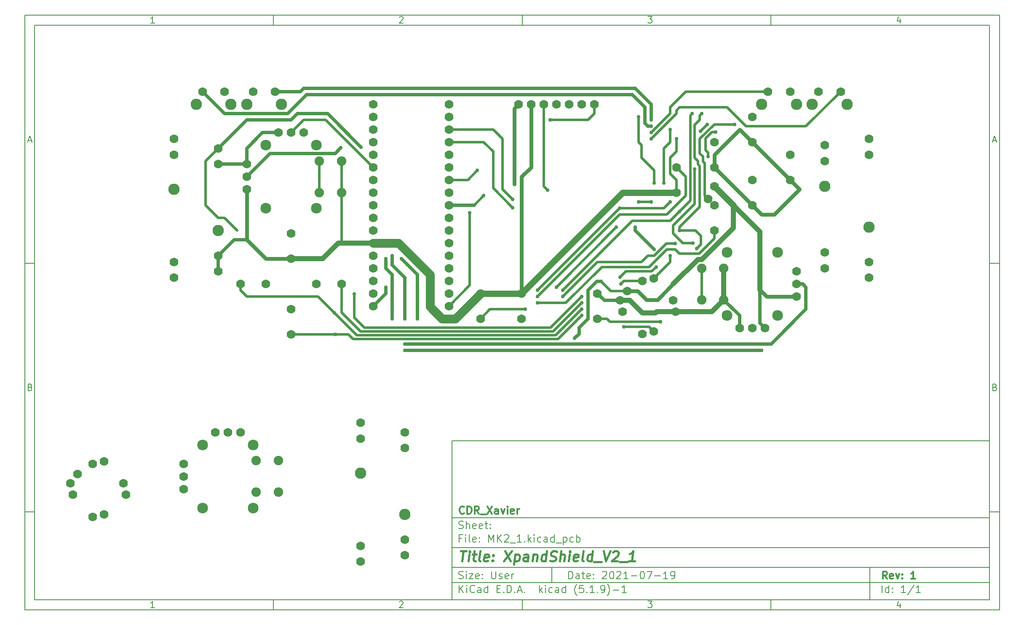
<source format=gbr>
%TF.GenerationSoftware,KiCad,Pcbnew,(5.1.9)-1*%
%TF.CreationDate,2021-08-02T11:53:33-04:00*%
%TF.ProjectId,MK2_1,4d4b325f-312e-46b6-9963-61645f706362,1*%
%TF.SameCoordinates,Original*%
%TF.FileFunction,Copper,L2,Bot*%
%TF.FilePolarity,Positive*%
%FSLAX45Y45*%
G04 Gerber Fmt 4.5, Leading zero omitted, Abs format (unit mm)*
G04 Created by KiCad (PCBNEW (5.1.9)-1) date 2021-08-02 11:53:33*
%MOMM*%
%LPD*%
G01*
G04 APERTURE LIST*
%ADD10C,0.127000*%
%ADD11C,0.150000*%
%ADD12C,0.300000*%
%ADD13C,0.400000*%
%TA.AperFunction,ViaPad*%
%ADD14C,2.159000*%
%TD*%
%TA.AperFunction,ViaPad*%
%ADD15C,1.905000*%
%TD*%
%TA.AperFunction,ViaPad*%
%ADD16C,0.762000*%
%TD*%
%TA.AperFunction,ViaPad*%
%ADD17C,1.778000*%
%TD*%
%TA.AperFunction,ViaPad*%
%ADD18C,2.286000*%
%TD*%
%TA.AperFunction,ViaPad*%
%ADD19C,1.270000*%
%TD*%
%TA.AperFunction,Conductor*%
%ADD20C,0.508000*%
%TD*%
%TA.AperFunction,Conductor*%
%ADD21C,0.635000*%
%TD*%
%TA.AperFunction,Conductor*%
%ADD22C,1.016000*%
%TD*%
%TA.AperFunction,Conductor*%
%ADD23C,0.762000*%
%TD*%
%TA.AperFunction,Conductor*%
%ADD24C,1.270000*%
%TD*%
%TA.AperFunction,Conductor*%
%ADD25C,1.778000*%
%TD*%
G04 APERTURE END LIST*
D10*
D11*
X9590000Y-9570000D02*
X9590000Y-12770000D01*
X20390000Y-12770000D01*
X20390000Y-9570000D01*
X9590000Y-9570000D01*
D10*
D11*
X1000000Y-1000000D02*
X1000000Y-12970000D01*
X20590000Y-12970000D01*
X20590000Y-1000000D01*
X1000000Y-1000000D01*
D10*
D11*
X1200000Y-1200000D02*
X1200000Y-12770000D01*
X20390000Y-12770000D01*
X20390000Y-1200000D01*
X1200000Y-1200000D01*
D10*
D11*
X6000000Y-1200000D02*
X6000000Y-1000000D01*
D10*
D11*
X11000000Y-1200000D02*
X11000000Y-1000000D01*
D10*
D11*
X16000000Y-1200000D02*
X16000000Y-1000000D01*
D10*
D11*
X3606548Y-1158810D02*
X3532262Y-1158810D01*
X3569405Y-1158810D02*
X3569405Y-1028809D01*
X3557024Y-1047381D01*
X3544643Y-1059762D01*
X3532262Y-1065952D01*
D10*
D11*
X8532262Y-1041190D02*
X8538452Y-1035000D01*
X8550833Y-1028809D01*
X8581786Y-1028809D01*
X8594167Y-1035000D01*
X8600357Y-1041190D01*
X8606548Y-1053571D01*
X8606548Y-1065952D01*
X8600357Y-1084524D01*
X8526071Y-1158810D01*
X8606548Y-1158810D01*
D10*
D11*
X13526071Y-1028809D02*
X13606548Y-1028809D01*
X13563214Y-1078333D01*
X13581786Y-1078333D01*
X13594167Y-1084524D01*
X13600357Y-1090714D01*
X13606548Y-1103095D01*
X13606548Y-1134048D01*
X13600357Y-1146429D01*
X13594167Y-1152619D01*
X13581786Y-1158810D01*
X13544643Y-1158810D01*
X13532262Y-1152619D01*
X13526071Y-1146429D01*
D10*
D11*
X18594167Y-1072143D02*
X18594167Y-1158810D01*
X18563214Y-1022619D02*
X18532262Y-1115476D01*
X18612738Y-1115476D01*
D10*
D11*
X6000000Y-12770000D02*
X6000000Y-12970000D01*
D10*
D11*
X11000000Y-12770000D02*
X11000000Y-12970000D01*
D10*
D11*
X16000000Y-12770000D02*
X16000000Y-12970000D01*
D10*
D11*
X3606548Y-12928809D02*
X3532262Y-12928809D01*
X3569405Y-12928809D02*
X3569405Y-12798809D01*
X3557024Y-12817381D01*
X3544643Y-12829762D01*
X3532262Y-12835952D01*
D10*
D11*
X8532262Y-12811190D02*
X8538452Y-12805000D01*
X8550833Y-12798809D01*
X8581786Y-12798809D01*
X8594167Y-12805000D01*
X8600357Y-12811190D01*
X8606548Y-12823571D01*
X8606548Y-12835952D01*
X8600357Y-12854524D01*
X8526071Y-12928809D01*
X8606548Y-12928809D01*
D10*
D11*
X13526071Y-12798809D02*
X13606548Y-12798809D01*
X13563214Y-12848333D01*
X13581786Y-12848333D01*
X13594167Y-12854524D01*
X13600357Y-12860714D01*
X13606548Y-12873095D01*
X13606548Y-12904048D01*
X13600357Y-12916428D01*
X13594167Y-12922619D01*
X13581786Y-12928809D01*
X13544643Y-12928809D01*
X13532262Y-12922619D01*
X13526071Y-12916428D01*
D10*
D11*
X18594167Y-12842143D02*
X18594167Y-12928809D01*
X18563214Y-12792619D02*
X18532262Y-12885476D01*
X18612738Y-12885476D01*
D10*
D11*
X1000000Y-6000000D02*
X1200000Y-6000000D01*
D10*
D11*
X1000000Y-11000000D02*
X1200000Y-11000000D01*
D10*
D11*
X1069048Y-3521667D02*
X1130952Y-3521667D01*
X1056667Y-3558809D02*
X1100000Y-3428809D01*
X1143333Y-3558809D01*
D10*
D11*
X1109286Y-8490714D02*
X1127857Y-8496905D01*
X1134048Y-8503095D01*
X1140238Y-8515476D01*
X1140238Y-8534048D01*
X1134048Y-8546429D01*
X1127857Y-8552619D01*
X1115476Y-8558810D01*
X1065952Y-8558810D01*
X1065952Y-8428810D01*
X1109286Y-8428810D01*
X1121667Y-8435000D01*
X1127857Y-8441190D01*
X1134048Y-8453571D01*
X1134048Y-8465952D01*
X1127857Y-8478333D01*
X1121667Y-8484524D01*
X1109286Y-8490714D01*
X1065952Y-8490714D01*
D10*
D11*
X20590000Y-6000000D02*
X20390000Y-6000000D01*
D10*
D11*
X20590000Y-11000000D02*
X20390000Y-11000000D01*
D10*
D11*
X20459048Y-3521667D02*
X20520952Y-3521667D01*
X20446667Y-3558809D02*
X20490000Y-3428809D01*
X20533333Y-3558809D01*
D10*
D11*
X20499286Y-8490714D02*
X20517857Y-8496905D01*
X20524048Y-8503095D01*
X20530238Y-8515476D01*
X20530238Y-8534048D01*
X20524048Y-8546429D01*
X20517857Y-8552619D01*
X20505476Y-8558810D01*
X20455952Y-8558810D01*
X20455952Y-8428810D01*
X20499286Y-8428810D01*
X20511667Y-8435000D01*
X20517857Y-8441190D01*
X20524048Y-8453571D01*
X20524048Y-8465952D01*
X20517857Y-8478333D01*
X20511667Y-8484524D01*
X20499286Y-8490714D01*
X20455952Y-8490714D01*
D10*
D11*
X11933214Y-12347857D02*
X11933214Y-12197857D01*
X11968928Y-12197857D01*
X11990357Y-12205000D01*
X12004643Y-12219286D01*
X12011786Y-12233571D01*
X12018928Y-12262143D01*
X12018928Y-12283571D01*
X12011786Y-12312143D01*
X12004643Y-12326428D01*
X11990357Y-12340714D01*
X11968928Y-12347857D01*
X11933214Y-12347857D01*
X12147500Y-12347857D02*
X12147500Y-12269286D01*
X12140357Y-12255000D01*
X12126071Y-12247857D01*
X12097500Y-12247857D01*
X12083214Y-12255000D01*
X12147500Y-12340714D02*
X12133214Y-12347857D01*
X12097500Y-12347857D01*
X12083214Y-12340714D01*
X12076071Y-12326428D01*
X12076071Y-12312143D01*
X12083214Y-12297857D01*
X12097500Y-12290714D01*
X12133214Y-12290714D01*
X12147500Y-12283571D01*
X12197500Y-12247857D02*
X12254643Y-12247857D01*
X12218928Y-12197857D02*
X12218928Y-12326428D01*
X12226071Y-12340714D01*
X12240357Y-12347857D01*
X12254643Y-12347857D01*
X12361786Y-12340714D02*
X12347500Y-12347857D01*
X12318928Y-12347857D01*
X12304643Y-12340714D01*
X12297500Y-12326428D01*
X12297500Y-12269286D01*
X12304643Y-12255000D01*
X12318928Y-12247857D01*
X12347500Y-12247857D01*
X12361786Y-12255000D01*
X12368928Y-12269286D01*
X12368928Y-12283571D01*
X12297500Y-12297857D01*
X12433214Y-12333571D02*
X12440357Y-12340714D01*
X12433214Y-12347857D01*
X12426071Y-12340714D01*
X12433214Y-12333571D01*
X12433214Y-12347857D01*
X12433214Y-12255000D02*
X12440357Y-12262143D01*
X12433214Y-12269286D01*
X12426071Y-12262143D01*
X12433214Y-12255000D01*
X12433214Y-12269286D01*
X12611786Y-12212143D02*
X12618928Y-12205000D01*
X12633214Y-12197857D01*
X12668928Y-12197857D01*
X12683214Y-12205000D01*
X12690357Y-12212143D01*
X12697500Y-12226428D01*
X12697500Y-12240714D01*
X12690357Y-12262143D01*
X12604643Y-12347857D01*
X12697500Y-12347857D01*
X12790357Y-12197857D02*
X12804643Y-12197857D01*
X12818928Y-12205000D01*
X12826071Y-12212143D01*
X12833214Y-12226428D01*
X12840357Y-12255000D01*
X12840357Y-12290714D01*
X12833214Y-12319286D01*
X12826071Y-12333571D01*
X12818928Y-12340714D01*
X12804643Y-12347857D01*
X12790357Y-12347857D01*
X12776071Y-12340714D01*
X12768928Y-12333571D01*
X12761786Y-12319286D01*
X12754643Y-12290714D01*
X12754643Y-12255000D01*
X12761786Y-12226428D01*
X12768928Y-12212143D01*
X12776071Y-12205000D01*
X12790357Y-12197857D01*
X12897500Y-12212143D02*
X12904643Y-12205000D01*
X12918928Y-12197857D01*
X12954643Y-12197857D01*
X12968928Y-12205000D01*
X12976071Y-12212143D01*
X12983214Y-12226428D01*
X12983214Y-12240714D01*
X12976071Y-12262143D01*
X12890357Y-12347857D01*
X12983214Y-12347857D01*
X13126071Y-12347857D02*
X13040357Y-12347857D01*
X13083214Y-12347857D02*
X13083214Y-12197857D01*
X13068928Y-12219286D01*
X13054643Y-12233571D01*
X13040357Y-12240714D01*
X13190357Y-12290714D02*
X13304643Y-12290714D01*
X13404643Y-12197857D02*
X13418928Y-12197857D01*
X13433214Y-12205000D01*
X13440357Y-12212143D01*
X13447500Y-12226428D01*
X13454643Y-12255000D01*
X13454643Y-12290714D01*
X13447500Y-12319286D01*
X13440357Y-12333571D01*
X13433214Y-12340714D01*
X13418928Y-12347857D01*
X13404643Y-12347857D01*
X13390357Y-12340714D01*
X13383214Y-12333571D01*
X13376071Y-12319286D01*
X13368928Y-12290714D01*
X13368928Y-12255000D01*
X13376071Y-12226428D01*
X13383214Y-12212143D01*
X13390357Y-12205000D01*
X13404643Y-12197857D01*
X13504643Y-12197857D02*
X13604643Y-12197857D01*
X13540357Y-12347857D01*
X13661786Y-12290714D02*
X13776071Y-12290714D01*
X13926071Y-12347857D02*
X13840357Y-12347857D01*
X13883214Y-12347857D02*
X13883214Y-12197857D01*
X13868928Y-12219286D01*
X13854643Y-12233571D01*
X13840357Y-12240714D01*
X13997500Y-12347857D02*
X14026071Y-12347857D01*
X14040357Y-12340714D01*
X14047500Y-12333571D01*
X14061786Y-12312143D01*
X14068928Y-12283571D01*
X14068928Y-12226428D01*
X14061786Y-12212143D01*
X14054643Y-12205000D01*
X14040357Y-12197857D01*
X14011786Y-12197857D01*
X13997500Y-12205000D01*
X13990357Y-12212143D01*
X13983214Y-12226428D01*
X13983214Y-12262143D01*
X13990357Y-12276428D01*
X13997500Y-12283571D01*
X14011786Y-12290714D01*
X14040357Y-12290714D01*
X14054643Y-12283571D01*
X14061786Y-12276428D01*
X14068928Y-12262143D01*
D10*
D11*
X9590000Y-12420000D02*
X20390000Y-12420000D01*
D10*
D11*
X9733214Y-12627857D02*
X9733214Y-12477857D01*
X9818929Y-12627857D02*
X9754643Y-12542143D01*
X9818929Y-12477857D02*
X9733214Y-12563571D01*
X9883214Y-12627857D02*
X9883214Y-12527857D01*
X9883214Y-12477857D02*
X9876071Y-12485000D01*
X9883214Y-12492143D01*
X9890357Y-12485000D01*
X9883214Y-12477857D01*
X9883214Y-12492143D01*
X10040357Y-12613571D02*
X10033214Y-12620714D01*
X10011786Y-12627857D01*
X9997500Y-12627857D01*
X9976071Y-12620714D01*
X9961786Y-12606428D01*
X9954643Y-12592143D01*
X9947500Y-12563571D01*
X9947500Y-12542143D01*
X9954643Y-12513571D01*
X9961786Y-12499286D01*
X9976071Y-12485000D01*
X9997500Y-12477857D01*
X10011786Y-12477857D01*
X10033214Y-12485000D01*
X10040357Y-12492143D01*
X10168929Y-12627857D02*
X10168929Y-12549286D01*
X10161786Y-12535000D01*
X10147500Y-12527857D01*
X10118929Y-12527857D01*
X10104643Y-12535000D01*
X10168929Y-12620714D02*
X10154643Y-12627857D01*
X10118929Y-12627857D01*
X10104643Y-12620714D01*
X10097500Y-12606428D01*
X10097500Y-12592143D01*
X10104643Y-12577857D01*
X10118929Y-12570714D01*
X10154643Y-12570714D01*
X10168929Y-12563571D01*
X10304643Y-12627857D02*
X10304643Y-12477857D01*
X10304643Y-12620714D02*
X10290357Y-12627857D01*
X10261786Y-12627857D01*
X10247500Y-12620714D01*
X10240357Y-12613571D01*
X10233214Y-12599286D01*
X10233214Y-12556428D01*
X10240357Y-12542143D01*
X10247500Y-12535000D01*
X10261786Y-12527857D01*
X10290357Y-12527857D01*
X10304643Y-12535000D01*
X10490357Y-12549286D02*
X10540357Y-12549286D01*
X10561786Y-12627857D02*
X10490357Y-12627857D01*
X10490357Y-12477857D01*
X10561786Y-12477857D01*
X10626071Y-12613571D02*
X10633214Y-12620714D01*
X10626071Y-12627857D01*
X10618929Y-12620714D01*
X10626071Y-12613571D01*
X10626071Y-12627857D01*
X10697500Y-12627857D02*
X10697500Y-12477857D01*
X10733214Y-12477857D01*
X10754643Y-12485000D01*
X10768929Y-12499286D01*
X10776071Y-12513571D01*
X10783214Y-12542143D01*
X10783214Y-12563571D01*
X10776071Y-12592143D01*
X10768929Y-12606428D01*
X10754643Y-12620714D01*
X10733214Y-12627857D01*
X10697500Y-12627857D01*
X10847500Y-12613571D02*
X10854643Y-12620714D01*
X10847500Y-12627857D01*
X10840357Y-12620714D01*
X10847500Y-12613571D01*
X10847500Y-12627857D01*
X10911786Y-12585000D02*
X10983214Y-12585000D01*
X10897500Y-12627857D02*
X10947500Y-12477857D01*
X10997500Y-12627857D01*
X11047500Y-12613571D02*
X11054643Y-12620714D01*
X11047500Y-12627857D01*
X11040357Y-12620714D01*
X11047500Y-12613571D01*
X11047500Y-12627857D01*
X11347500Y-12627857D02*
X11347500Y-12477857D01*
X11361786Y-12570714D02*
X11404643Y-12627857D01*
X11404643Y-12527857D02*
X11347500Y-12585000D01*
X11468928Y-12627857D02*
X11468928Y-12527857D01*
X11468928Y-12477857D02*
X11461786Y-12485000D01*
X11468928Y-12492143D01*
X11476071Y-12485000D01*
X11468928Y-12477857D01*
X11468928Y-12492143D01*
X11604643Y-12620714D02*
X11590357Y-12627857D01*
X11561786Y-12627857D01*
X11547500Y-12620714D01*
X11540357Y-12613571D01*
X11533214Y-12599286D01*
X11533214Y-12556428D01*
X11540357Y-12542143D01*
X11547500Y-12535000D01*
X11561786Y-12527857D01*
X11590357Y-12527857D01*
X11604643Y-12535000D01*
X11733214Y-12627857D02*
X11733214Y-12549286D01*
X11726071Y-12535000D01*
X11711786Y-12527857D01*
X11683214Y-12527857D01*
X11668928Y-12535000D01*
X11733214Y-12620714D02*
X11718928Y-12627857D01*
X11683214Y-12627857D01*
X11668928Y-12620714D01*
X11661786Y-12606428D01*
X11661786Y-12592143D01*
X11668928Y-12577857D01*
X11683214Y-12570714D01*
X11718928Y-12570714D01*
X11733214Y-12563571D01*
X11868928Y-12627857D02*
X11868928Y-12477857D01*
X11868928Y-12620714D02*
X11854643Y-12627857D01*
X11826071Y-12627857D01*
X11811786Y-12620714D01*
X11804643Y-12613571D01*
X11797500Y-12599286D01*
X11797500Y-12556428D01*
X11804643Y-12542143D01*
X11811786Y-12535000D01*
X11826071Y-12527857D01*
X11854643Y-12527857D01*
X11868928Y-12535000D01*
X12097500Y-12685000D02*
X12090357Y-12677857D01*
X12076071Y-12656428D01*
X12068928Y-12642143D01*
X12061786Y-12620714D01*
X12054643Y-12585000D01*
X12054643Y-12556428D01*
X12061786Y-12520714D01*
X12068928Y-12499286D01*
X12076071Y-12485000D01*
X12090357Y-12463571D01*
X12097500Y-12456428D01*
X12226071Y-12477857D02*
X12154643Y-12477857D01*
X12147500Y-12549286D01*
X12154643Y-12542143D01*
X12168928Y-12535000D01*
X12204643Y-12535000D01*
X12218928Y-12542143D01*
X12226071Y-12549286D01*
X12233214Y-12563571D01*
X12233214Y-12599286D01*
X12226071Y-12613571D01*
X12218928Y-12620714D01*
X12204643Y-12627857D01*
X12168928Y-12627857D01*
X12154643Y-12620714D01*
X12147500Y-12613571D01*
X12297500Y-12613571D02*
X12304643Y-12620714D01*
X12297500Y-12627857D01*
X12290357Y-12620714D01*
X12297500Y-12613571D01*
X12297500Y-12627857D01*
X12447500Y-12627857D02*
X12361786Y-12627857D01*
X12404643Y-12627857D02*
X12404643Y-12477857D01*
X12390357Y-12499286D01*
X12376071Y-12513571D01*
X12361786Y-12520714D01*
X12511786Y-12613571D02*
X12518928Y-12620714D01*
X12511786Y-12627857D01*
X12504643Y-12620714D01*
X12511786Y-12613571D01*
X12511786Y-12627857D01*
X12590357Y-12627857D02*
X12618928Y-12627857D01*
X12633214Y-12620714D01*
X12640357Y-12613571D01*
X12654643Y-12592143D01*
X12661786Y-12563571D01*
X12661786Y-12506428D01*
X12654643Y-12492143D01*
X12647500Y-12485000D01*
X12633214Y-12477857D01*
X12604643Y-12477857D01*
X12590357Y-12485000D01*
X12583214Y-12492143D01*
X12576071Y-12506428D01*
X12576071Y-12542143D01*
X12583214Y-12556428D01*
X12590357Y-12563571D01*
X12604643Y-12570714D01*
X12633214Y-12570714D01*
X12647500Y-12563571D01*
X12654643Y-12556428D01*
X12661786Y-12542143D01*
X12711786Y-12685000D02*
X12718928Y-12677857D01*
X12733214Y-12656428D01*
X12740357Y-12642143D01*
X12747500Y-12620714D01*
X12754643Y-12585000D01*
X12754643Y-12556428D01*
X12747500Y-12520714D01*
X12740357Y-12499286D01*
X12733214Y-12485000D01*
X12718928Y-12463571D01*
X12711786Y-12456428D01*
X12826071Y-12570714D02*
X12940357Y-12570714D01*
X13090357Y-12627857D02*
X13004643Y-12627857D01*
X13047500Y-12627857D02*
X13047500Y-12477857D01*
X13033214Y-12499286D01*
X13018928Y-12513571D01*
X13004643Y-12520714D01*
D10*
D11*
X9590000Y-12120000D02*
X20390000Y-12120000D01*
D10*
D12*
X18330929Y-12347857D02*
X18280929Y-12276428D01*
X18245214Y-12347857D02*
X18245214Y-12197857D01*
X18302357Y-12197857D01*
X18316643Y-12205000D01*
X18323786Y-12212143D01*
X18330929Y-12226428D01*
X18330929Y-12247857D01*
X18323786Y-12262143D01*
X18316643Y-12269286D01*
X18302357Y-12276428D01*
X18245214Y-12276428D01*
X18452357Y-12340714D02*
X18438071Y-12347857D01*
X18409500Y-12347857D01*
X18395214Y-12340714D01*
X18388071Y-12326428D01*
X18388071Y-12269286D01*
X18395214Y-12255000D01*
X18409500Y-12247857D01*
X18438071Y-12247857D01*
X18452357Y-12255000D01*
X18459500Y-12269286D01*
X18459500Y-12283571D01*
X18388071Y-12297857D01*
X18509500Y-12247857D02*
X18545214Y-12347857D01*
X18580929Y-12247857D01*
X18638071Y-12333571D02*
X18645214Y-12340714D01*
X18638071Y-12347857D01*
X18630929Y-12340714D01*
X18638071Y-12333571D01*
X18638071Y-12347857D01*
X18638071Y-12255000D02*
X18645214Y-12262143D01*
X18638071Y-12269286D01*
X18630929Y-12262143D01*
X18638071Y-12255000D01*
X18638071Y-12269286D01*
X18902357Y-12347857D02*
X18816643Y-12347857D01*
X18859500Y-12347857D02*
X18859500Y-12197857D01*
X18845214Y-12219286D01*
X18830929Y-12233571D01*
X18816643Y-12240714D01*
D10*
D11*
X9726071Y-12340714D02*
X9747500Y-12347857D01*
X9783214Y-12347857D01*
X9797500Y-12340714D01*
X9804643Y-12333571D01*
X9811786Y-12319286D01*
X9811786Y-12305000D01*
X9804643Y-12290714D01*
X9797500Y-12283571D01*
X9783214Y-12276428D01*
X9754643Y-12269286D01*
X9740357Y-12262143D01*
X9733214Y-12255000D01*
X9726071Y-12240714D01*
X9726071Y-12226428D01*
X9733214Y-12212143D01*
X9740357Y-12205000D01*
X9754643Y-12197857D01*
X9790357Y-12197857D01*
X9811786Y-12205000D01*
X9876071Y-12347857D02*
X9876071Y-12247857D01*
X9876071Y-12197857D02*
X9868929Y-12205000D01*
X9876071Y-12212143D01*
X9883214Y-12205000D01*
X9876071Y-12197857D01*
X9876071Y-12212143D01*
X9933214Y-12247857D02*
X10011786Y-12247857D01*
X9933214Y-12347857D01*
X10011786Y-12347857D01*
X10126071Y-12340714D02*
X10111786Y-12347857D01*
X10083214Y-12347857D01*
X10068929Y-12340714D01*
X10061786Y-12326428D01*
X10061786Y-12269286D01*
X10068929Y-12255000D01*
X10083214Y-12247857D01*
X10111786Y-12247857D01*
X10126071Y-12255000D01*
X10133214Y-12269286D01*
X10133214Y-12283571D01*
X10061786Y-12297857D01*
X10197500Y-12333571D02*
X10204643Y-12340714D01*
X10197500Y-12347857D01*
X10190357Y-12340714D01*
X10197500Y-12333571D01*
X10197500Y-12347857D01*
X10197500Y-12255000D02*
X10204643Y-12262143D01*
X10197500Y-12269286D01*
X10190357Y-12262143D01*
X10197500Y-12255000D01*
X10197500Y-12269286D01*
X10383214Y-12197857D02*
X10383214Y-12319286D01*
X10390357Y-12333571D01*
X10397500Y-12340714D01*
X10411786Y-12347857D01*
X10440357Y-12347857D01*
X10454643Y-12340714D01*
X10461786Y-12333571D01*
X10468929Y-12319286D01*
X10468929Y-12197857D01*
X10533214Y-12340714D02*
X10547500Y-12347857D01*
X10576071Y-12347857D01*
X10590357Y-12340714D01*
X10597500Y-12326428D01*
X10597500Y-12319286D01*
X10590357Y-12305000D01*
X10576071Y-12297857D01*
X10554643Y-12297857D01*
X10540357Y-12290714D01*
X10533214Y-12276428D01*
X10533214Y-12269286D01*
X10540357Y-12255000D01*
X10554643Y-12247857D01*
X10576071Y-12247857D01*
X10590357Y-12255000D01*
X10718929Y-12340714D02*
X10704643Y-12347857D01*
X10676071Y-12347857D01*
X10661786Y-12340714D01*
X10654643Y-12326428D01*
X10654643Y-12269286D01*
X10661786Y-12255000D01*
X10676071Y-12247857D01*
X10704643Y-12247857D01*
X10718929Y-12255000D01*
X10726071Y-12269286D01*
X10726071Y-12283571D01*
X10654643Y-12297857D01*
X10790357Y-12347857D02*
X10790357Y-12247857D01*
X10790357Y-12276428D02*
X10797500Y-12262143D01*
X10804643Y-12255000D01*
X10818929Y-12247857D01*
X10833214Y-12247857D01*
D10*
D11*
X18233214Y-12627857D02*
X18233214Y-12477857D01*
X18368929Y-12627857D02*
X18368929Y-12477857D01*
X18368929Y-12620714D02*
X18354643Y-12627857D01*
X18326071Y-12627857D01*
X18311786Y-12620714D01*
X18304643Y-12613571D01*
X18297500Y-12599286D01*
X18297500Y-12556428D01*
X18304643Y-12542143D01*
X18311786Y-12535000D01*
X18326071Y-12527857D01*
X18354643Y-12527857D01*
X18368929Y-12535000D01*
X18440357Y-12613571D02*
X18447500Y-12620714D01*
X18440357Y-12627857D01*
X18433214Y-12620714D01*
X18440357Y-12613571D01*
X18440357Y-12627857D01*
X18440357Y-12535000D02*
X18447500Y-12542143D01*
X18440357Y-12549286D01*
X18433214Y-12542143D01*
X18440357Y-12535000D01*
X18440357Y-12549286D01*
X18704643Y-12627857D02*
X18618929Y-12627857D01*
X18661786Y-12627857D02*
X18661786Y-12477857D01*
X18647500Y-12499286D01*
X18633214Y-12513571D01*
X18618929Y-12520714D01*
X18876071Y-12470714D02*
X18747500Y-12663571D01*
X19004643Y-12627857D02*
X18918929Y-12627857D01*
X18961786Y-12627857D02*
X18961786Y-12477857D01*
X18947500Y-12499286D01*
X18933214Y-12513571D01*
X18918929Y-12520714D01*
D10*
D11*
X9590000Y-11720000D02*
X20390000Y-11720000D01*
D10*
D13*
X9761238Y-11790476D02*
X9875524Y-11790476D01*
X9793381Y-11990476D02*
X9818381Y-11790476D01*
X9917190Y-11990476D02*
X9933857Y-11857143D01*
X9942190Y-11790476D02*
X9931476Y-11800000D01*
X9939810Y-11809524D01*
X9950524Y-11800000D01*
X9942190Y-11790476D01*
X9939810Y-11809524D01*
X10000524Y-11857143D02*
X10076714Y-11857143D01*
X10037429Y-11790476D02*
X10016000Y-11961905D01*
X10023143Y-11980952D01*
X10041000Y-11990476D01*
X10060048Y-11990476D01*
X10155286Y-11990476D02*
X10137429Y-11980952D01*
X10130286Y-11961905D01*
X10151714Y-11790476D01*
X10308857Y-11980952D02*
X10288619Y-11990476D01*
X10250524Y-11990476D01*
X10232667Y-11980952D01*
X10225524Y-11961905D01*
X10235048Y-11885714D01*
X10246952Y-11866667D01*
X10267190Y-11857143D01*
X10305286Y-11857143D01*
X10323143Y-11866667D01*
X10330286Y-11885714D01*
X10327905Y-11904762D01*
X10230286Y-11923809D01*
X10405286Y-11971428D02*
X10413619Y-11980952D01*
X10402905Y-11990476D01*
X10394571Y-11980952D01*
X10405286Y-11971428D01*
X10402905Y-11990476D01*
X10418381Y-11866667D02*
X10426714Y-11876190D01*
X10416000Y-11885714D01*
X10407667Y-11876190D01*
X10418381Y-11866667D01*
X10416000Y-11885714D01*
X10656476Y-11790476D02*
X10764810Y-11990476D01*
X10789810Y-11790476D02*
X10631476Y-11990476D01*
X10857667Y-11857143D02*
X10832667Y-12057143D01*
X10856476Y-11866667D02*
X10876714Y-11857143D01*
X10914810Y-11857143D01*
X10932667Y-11866667D01*
X10941000Y-11876190D01*
X10948143Y-11895238D01*
X10941000Y-11952381D01*
X10929095Y-11971428D01*
X10918381Y-11980952D01*
X10898143Y-11990476D01*
X10860048Y-11990476D01*
X10842190Y-11980952D01*
X11107667Y-11990476D02*
X11120762Y-11885714D01*
X11113619Y-11866667D01*
X11095762Y-11857143D01*
X11057667Y-11857143D01*
X11037429Y-11866667D01*
X11108857Y-11980952D02*
X11088619Y-11990476D01*
X11041000Y-11990476D01*
X11023143Y-11980952D01*
X11016000Y-11961905D01*
X11018381Y-11942857D01*
X11030286Y-11923809D01*
X11050524Y-11914286D01*
X11098143Y-11914286D01*
X11118381Y-11904762D01*
X11219571Y-11857143D02*
X11202905Y-11990476D01*
X11217190Y-11876190D02*
X11227905Y-11866667D01*
X11248143Y-11857143D01*
X11276714Y-11857143D01*
X11294571Y-11866667D01*
X11301714Y-11885714D01*
X11288619Y-11990476D01*
X11469571Y-11990476D02*
X11494571Y-11790476D01*
X11470762Y-11980952D02*
X11450524Y-11990476D01*
X11412428Y-11990476D01*
X11394571Y-11980952D01*
X11386238Y-11971428D01*
X11379095Y-11952381D01*
X11386238Y-11895238D01*
X11398143Y-11876190D01*
X11408857Y-11866667D01*
X11429095Y-11857143D01*
X11467190Y-11857143D01*
X11485048Y-11866667D01*
X11556476Y-11980952D02*
X11583857Y-11990476D01*
X11631476Y-11990476D01*
X11651714Y-11980952D01*
X11662428Y-11971428D01*
X11674333Y-11952381D01*
X11676714Y-11933333D01*
X11669571Y-11914286D01*
X11661238Y-11904762D01*
X11643381Y-11895238D01*
X11606476Y-11885714D01*
X11588619Y-11876190D01*
X11580286Y-11866667D01*
X11573143Y-11847619D01*
X11575524Y-11828571D01*
X11587428Y-11809524D01*
X11598143Y-11800000D01*
X11618381Y-11790476D01*
X11666000Y-11790476D01*
X11693381Y-11800000D01*
X11755286Y-11990476D02*
X11780286Y-11790476D01*
X11841000Y-11990476D02*
X11854095Y-11885714D01*
X11846952Y-11866667D01*
X11829095Y-11857143D01*
X11800524Y-11857143D01*
X11780286Y-11866667D01*
X11769571Y-11876190D01*
X11936238Y-11990476D02*
X11952905Y-11857143D01*
X11961238Y-11790476D02*
X11950524Y-11800000D01*
X11958857Y-11809524D01*
X11969571Y-11800000D01*
X11961238Y-11790476D01*
X11958857Y-11809524D01*
X12108857Y-11980952D02*
X12088619Y-11990476D01*
X12050524Y-11990476D01*
X12032667Y-11980952D01*
X12025524Y-11961905D01*
X12035048Y-11885714D01*
X12046952Y-11866667D01*
X12067190Y-11857143D01*
X12105286Y-11857143D01*
X12123143Y-11866667D01*
X12130286Y-11885714D01*
X12127905Y-11904762D01*
X12030286Y-11923809D01*
X12231476Y-11990476D02*
X12213619Y-11980952D01*
X12206476Y-11961905D01*
X12227905Y-11790476D01*
X12393381Y-11990476D02*
X12418381Y-11790476D01*
X12394571Y-11980952D02*
X12374333Y-11990476D01*
X12336238Y-11990476D01*
X12318381Y-11980952D01*
X12310048Y-11971428D01*
X12302905Y-11952381D01*
X12310048Y-11895238D01*
X12321952Y-11876190D01*
X12332667Y-11866667D01*
X12352905Y-11857143D01*
X12391000Y-11857143D01*
X12408857Y-11866667D01*
X12438619Y-12009524D02*
X12591000Y-12009524D01*
X12637428Y-11790476D02*
X12679095Y-11990476D01*
X12770762Y-11790476D01*
X12825524Y-11809524D02*
X12836238Y-11800000D01*
X12856476Y-11790476D01*
X12904095Y-11790476D01*
X12921952Y-11800000D01*
X12930286Y-11809524D01*
X12937428Y-11828571D01*
X12935048Y-11847619D01*
X12921952Y-11876190D01*
X12793381Y-11990476D01*
X12917190Y-11990476D01*
X12952905Y-12009524D02*
X13105286Y-12009524D01*
X13260048Y-11990476D02*
X13145762Y-11990476D01*
X13202905Y-11990476D02*
X13227905Y-11790476D01*
X13205286Y-11819048D01*
X13183857Y-11838095D01*
X13163619Y-11847619D01*
D10*
D11*
X9783214Y-11529286D02*
X9733214Y-11529286D01*
X9733214Y-11607857D02*
X9733214Y-11457857D01*
X9804643Y-11457857D01*
X9861786Y-11607857D02*
X9861786Y-11507857D01*
X9861786Y-11457857D02*
X9854643Y-11465000D01*
X9861786Y-11472143D01*
X9868929Y-11465000D01*
X9861786Y-11457857D01*
X9861786Y-11472143D01*
X9954643Y-11607857D02*
X9940357Y-11600714D01*
X9933214Y-11586428D01*
X9933214Y-11457857D01*
X10068929Y-11600714D02*
X10054643Y-11607857D01*
X10026071Y-11607857D01*
X10011786Y-11600714D01*
X10004643Y-11586428D01*
X10004643Y-11529286D01*
X10011786Y-11515000D01*
X10026071Y-11507857D01*
X10054643Y-11507857D01*
X10068929Y-11515000D01*
X10076071Y-11529286D01*
X10076071Y-11543571D01*
X10004643Y-11557857D01*
X10140357Y-11593571D02*
X10147500Y-11600714D01*
X10140357Y-11607857D01*
X10133214Y-11600714D01*
X10140357Y-11593571D01*
X10140357Y-11607857D01*
X10140357Y-11515000D02*
X10147500Y-11522143D01*
X10140357Y-11529286D01*
X10133214Y-11522143D01*
X10140357Y-11515000D01*
X10140357Y-11529286D01*
X10326071Y-11607857D02*
X10326071Y-11457857D01*
X10376071Y-11565000D01*
X10426071Y-11457857D01*
X10426071Y-11607857D01*
X10497500Y-11607857D02*
X10497500Y-11457857D01*
X10583214Y-11607857D02*
X10518929Y-11522143D01*
X10583214Y-11457857D02*
X10497500Y-11543571D01*
X10640357Y-11472143D02*
X10647500Y-11465000D01*
X10661786Y-11457857D01*
X10697500Y-11457857D01*
X10711786Y-11465000D01*
X10718929Y-11472143D01*
X10726071Y-11486428D01*
X10726071Y-11500714D01*
X10718929Y-11522143D01*
X10633214Y-11607857D01*
X10726071Y-11607857D01*
X10754643Y-11622143D02*
X10868929Y-11622143D01*
X10983214Y-11607857D02*
X10897500Y-11607857D01*
X10940357Y-11607857D02*
X10940357Y-11457857D01*
X10926071Y-11479286D01*
X10911786Y-11493571D01*
X10897500Y-11500714D01*
X11047500Y-11593571D02*
X11054643Y-11600714D01*
X11047500Y-11607857D01*
X11040357Y-11600714D01*
X11047500Y-11593571D01*
X11047500Y-11607857D01*
X11118929Y-11607857D02*
X11118929Y-11457857D01*
X11133214Y-11550714D02*
X11176071Y-11607857D01*
X11176071Y-11507857D02*
X11118929Y-11565000D01*
X11240357Y-11607857D02*
X11240357Y-11507857D01*
X11240357Y-11457857D02*
X11233214Y-11465000D01*
X11240357Y-11472143D01*
X11247500Y-11465000D01*
X11240357Y-11457857D01*
X11240357Y-11472143D01*
X11376071Y-11600714D02*
X11361786Y-11607857D01*
X11333214Y-11607857D01*
X11318928Y-11600714D01*
X11311786Y-11593571D01*
X11304643Y-11579286D01*
X11304643Y-11536428D01*
X11311786Y-11522143D01*
X11318928Y-11515000D01*
X11333214Y-11507857D01*
X11361786Y-11507857D01*
X11376071Y-11515000D01*
X11504643Y-11607857D02*
X11504643Y-11529286D01*
X11497500Y-11515000D01*
X11483214Y-11507857D01*
X11454643Y-11507857D01*
X11440357Y-11515000D01*
X11504643Y-11600714D02*
X11490357Y-11607857D01*
X11454643Y-11607857D01*
X11440357Y-11600714D01*
X11433214Y-11586428D01*
X11433214Y-11572143D01*
X11440357Y-11557857D01*
X11454643Y-11550714D01*
X11490357Y-11550714D01*
X11504643Y-11543571D01*
X11640357Y-11607857D02*
X11640357Y-11457857D01*
X11640357Y-11600714D02*
X11626071Y-11607857D01*
X11597500Y-11607857D01*
X11583214Y-11600714D01*
X11576071Y-11593571D01*
X11568928Y-11579286D01*
X11568928Y-11536428D01*
X11576071Y-11522143D01*
X11583214Y-11515000D01*
X11597500Y-11507857D01*
X11626071Y-11507857D01*
X11640357Y-11515000D01*
X11676071Y-11622143D02*
X11790357Y-11622143D01*
X11826071Y-11507857D02*
X11826071Y-11657857D01*
X11826071Y-11515000D02*
X11840357Y-11507857D01*
X11868928Y-11507857D01*
X11883214Y-11515000D01*
X11890357Y-11522143D01*
X11897500Y-11536428D01*
X11897500Y-11579286D01*
X11890357Y-11593571D01*
X11883214Y-11600714D01*
X11868928Y-11607857D01*
X11840357Y-11607857D01*
X11826071Y-11600714D01*
X12026071Y-11600714D02*
X12011786Y-11607857D01*
X11983214Y-11607857D01*
X11968928Y-11600714D01*
X11961786Y-11593571D01*
X11954643Y-11579286D01*
X11954643Y-11536428D01*
X11961786Y-11522143D01*
X11968928Y-11515000D01*
X11983214Y-11507857D01*
X12011786Y-11507857D01*
X12026071Y-11515000D01*
X12090357Y-11607857D02*
X12090357Y-11457857D01*
X12090357Y-11515000D02*
X12104643Y-11507857D01*
X12133214Y-11507857D01*
X12147500Y-11515000D01*
X12154643Y-11522143D01*
X12161786Y-11536428D01*
X12161786Y-11579286D01*
X12154643Y-11593571D01*
X12147500Y-11600714D01*
X12133214Y-11607857D01*
X12104643Y-11607857D01*
X12090357Y-11600714D01*
D10*
D11*
X9590000Y-11120000D02*
X20390000Y-11120000D01*
D10*
D11*
X9726071Y-11330714D02*
X9747500Y-11337857D01*
X9783214Y-11337857D01*
X9797500Y-11330714D01*
X9804643Y-11323571D01*
X9811786Y-11309286D01*
X9811786Y-11295000D01*
X9804643Y-11280714D01*
X9797500Y-11273571D01*
X9783214Y-11266428D01*
X9754643Y-11259286D01*
X9740357Y-11252143D01*
X9733214Y-11245000D01*
X9726071Y-11230714D01*
X9726071Y-11216428D01*
X9733214Y-11202143D01*
X9740357Y-11195000D01*
X9754643Y-11187857D01*
X9790357Y-11187857D01*
X9811786Y-11195000D01*
X9876071Y-11337857D02*
X9876071Y-11187857D01*
X9940357Y-11337857D02*
X9940357Y-11259286D01*
X9933214Y-11245000D01*
X9918929Y-11237857D01*
X9897500Y-11237857D01*
X9883214Y-11245000D01*
X9876071Y-11252143D01*
X10068929Y-11330714D02*
X10054643Y-11337857D01*
X10026071Y-11337857D01*
X10011786Y-11330714D01*
X10004643Y-11316428D01*
X10004643Y-11259286D01*
X10011786Y-11245000D01*
X10026071Y-11237857D01*
X10054643Y-11237857D01*
X10068929Y-11245000D01*
X10076071Y-11259286D01*
X10076071Y-11273571D01*
X10004643Y-11287857D01*
X10197500Y-11330714D02*
X10183214Y-11337857D01*
X10154643Y-11337857D01*
X10140357Y-11330714D01*
X10133214Y-11316428D01*
X10133214Y-11259286D01*
X10140357Y-11245000D01*
X10154643Y-11237857D01*
X10183214Y-11237857D01*
X10197500Y-11245000D01*
X10204643Y-11259286D01*
X10204643Y-11273571D01*
X10133214Y-11287857D01*
X10247500Y-11237857D02*
X10304643Y-11237857D01*
X10268929Y-11187857D02*
X10268929Y-11316428D01*
X10276071Y-11330714D01*
X10290357Y-11337857D01*
X10304643Y-11337857D01*
X10354643Y-11323571D02*
X10361786Y-11330714D01*
X10354643Y-11337857D01*
X10347500Y-11330714D01*
X10354643Y-11323571D01*
X10354643Y-11337857D01*
X10354643Y-11245000D02*
X10361786Y-11252143D01*
X10354643Y-11259286D01*
X10347500Y-11252143D01*
X10354643Y-11245000D01*
X10354643Y-11259286D01*
D10*
D12*
X9830929Y-11023571D02*
X9823786Y-11030714D01*
X9802357Y-11037857D01*
X9788071Y-11037857D01*
X9766643Y-11030714D01*
X9752357Y-11016429D01*
X9745214Y-11002143D01*
X9738071Y-10973571D01*
X9738071Y-10952143D01*
X9745214Y-10923571D01*
X9752357Y-10909286D01*
X9766643Y-10895000D01*
X9788071Y-10887857D01*
X9802357Y-10887857D01*
X9823786Y-10895000D01*
X9830929Y-10902143D01*
X9895214Y-11037857D02*
X9895214Y-10887857D01*
X9930929Y-10887857D01*
X9952357Y-10895000D01*
X9966643Y-10909286D01*
X9973786Y-10923571D01*
X9980929Y-10952143D01*
X9980929Y-10973571D01*
X9973786Y-11002143D01*
X9966643Y-11016429D01*
X9952357Y-11030714D01*
X9930929Y-11037857D01*
X9895214Y-11037857D01*
X10130929Y-11037857D02*
X10080929Y-10966429D01*
X10045214Y-11037857D02*
X10045214Y-10887857D01*
X10102357Y-10887857D01*
X10116643Y-10895000D01*
X10123786Y-10902143D01*
X10130929Y-10916429D01*
X10130929Y-10937857D01*
X10123786Y-10952143D01*
X10116643Y-10959286D01*
X10102357Y-10966429D01*
X10045214Y-10966429D01*
X10159500Y-11052143D02*
X10273786Y-11052143D01*
X10295214Y-10887857D02*
X10395214Y-11037857D01*
X10395214Y-10887857D02*
X10295214Y-11037857D01*
X10516643Y-11037857D02*
X10516643Y-10959286D01*
X10509500Y-10945000D01*
X10495214Y-10937857D01*
X10466643Y-10937857D01*
X10452357Y-10945000D01*
X10516643Y-11030714D02*
X10502357Y-11037857D01*
X10466643Y-11037857D01*
X10452357Y-11030714D01*
X10445214Y-11016429D01*
X10445214Y-11002143D01*
X10452357Y-10987857D01*
X10466643Y-10980714D01*
X10502357Y-10980714D01*
X10516643Y-10973571D01*
X10573786Y-10937857D02*
X10609500Y-11037857D01*
X10645214Y-10937857D01*
X10702357Y-11037857D02*
X10702357Y-10937857D01*
X10702357Y-10887857D02*
X10695214Y-10895000D01*
X10702357Y-10902143D01*
X10709500Y-10895000D01*
X10702357Y-10887857D01*
X10702357Y-10902143D01*
X10830929Y-11030714D02*
X10816643Y-11037857D01*
X10788071Y-11037857D01*
X10773786Y-11030714D01*
X10766643Y-11016429D01*
X10766643Y-10959286D01*
X10773786Y-10945000D01*
X10788071Y-10937857D01*
X10816643Y-10937857D01*
X10830929Y-10945000D01*
X10838071Y-10959286D01*
X10838071Y-10973571D01*
X10766643Y-10987857D01*
X10902357Y-11037857D02*
X10902357Y-10937857D01*
X10902357Y-10966429D02*
X10909500Y-10952143D01*
X10916643Y-10945000D01*
X10930929Y-10937857D01*
X10945214Y-10937857D01*
D10*
D11*
X11590000Y-12120000D02*
X11590000Y-12420000D01*
D10*
D11*
X17990000Y-12120000D02*
X17990000Y-12770000D01*
D14*
%TO.N,*%
X5842000Y-3619500D03*
X6858000Y-3619500D03*
X5842000Y-4889500D03*
X6858000Y-4889500D03*
D15*
X7366000Y-3937000D03*
X7366000Y-4572000D03*
D16*
X14605000Y-2984500D03*
D15*
X6921500Y-3937000D03*
X6921500Y-4572000D03*
D17*
X5461000Y-4254500D03*
X8001000Y-3556000D03*
X5461000Y-4000500D03*
X6096000Y-3365500D03*
X4889500Y-4000500D03*
X8001000Y-6096000D03*
X6350000Y-3365500D03*
X8001000Y-4064000D03*
X6604000Y-3365500D03*
X5016500Y-2540000D03*
D18*
X5143500Y-2794000D03*
X4445000Y-2794000D03*
X6159500Y-2794000D03*
D17*
X6032500Y-2540000D03*
D16*
X13589000Y-3111500D03*
D18*
X5461000Y-2794000D03*
D17*
X6350000Y-5905500D03*
X5842000Y-6413500D03*
X6858000Y-6413500D03*
X5334000Y-6413500D03*
X7366000Y-6413500D03*
D16*
X12192000Y-6794500D03*
D17*
X6350000Y-7429500D03*
X6350000Y-6921500D03*
X11684000Y-2794000D03*
X9525000Y-6857365D03*
D16*
X9943465Y-4977765D03*
D17*
X12446000Y-2794000D03*
X9525000Y-2794000D03*
D16*
X11557000Y-3111500D03*
D17*
X11938000Y-2794000D03*
D16*
X10096500Y-4127500D03*
D17*
X9525000Y-4318000D03*
X11430000Y-2794000D03*
D16*
X11506200Y-4521200D03*
D17*
X11176000Y-2794000D03*
X10985500Y-6604000D03*
X8001000Y-5588000D03*
X10160000Y-6604000D03*
X12192000Y-2794000D03*
D16*
X10223500Y-4635500D03*
D17*
X9525000Y-4826000D03*
X10160000Y-7112000D03*
D16*
X11061700Y-6921500D03*
D17*
X10985500Y-7112000D03*
X12509500Y-6604000D03*
X12966700Y-6743700D03*
X12509500Y-7112000D03*
D16*
X13779500Y-7175500D03*
D17*
X13411200Y-7416800D03*
D16*
X13411200Y-6997700D03*
D17*
X13639800Y-7366000D03*
D16*
X13042900Y-7277100D03*
D17*
X14033500Y-6743700D03*
X13106400Y-6553200D03*
X13017500Y-6972300D03*
X13411200Y-6350000D03*
D16*
X12979400Y-6413500D03*
D17*
X14084300Y-6972300D03*
D15*
X15049500Y-6731000D03*
X15049500Y-6096000D03*
D17*
X15621000Y-3048000D03*
X14859000Y-3556000D03*
X16383000Y-3810000D03*
X14859000Y-4826000D03*
D16*
X15265400Y-3200400D03*
D17*
X14859000Y-5334000D03*
D16*
X11303000Y-6794500D03*
D17*
X14097000Y-4572000D03*
X14097000Y-4064000D03*
D16*
X11303000Y-6667500D03*
D17*
X16510000Y-6159500D03*
X16510000Y-6413500D03*
D16*
X8636000Y-7620000D03*
X8636000Y-7112000D03*
D14*
X16129000Y-5778500D03*
X15113000Y-5778500D03*
X16129000Y-7048500D03*
X15113000Y-7048500D03*
D17*
X15367000Y-7302500D03*
X15621000Y-7302500D03*
D16*
X8890000Y-7112000D03*
D17*
X4889500Y-3683000D03*
X4000500Y-5969000D03*
X4889500Y-5842000D03*
X4889500Y-6159500D03*
X4000500Y-3492500D03*
X4000500Y-3810000D03*
X4000500Y-6286500D03*
D18*
X4000500Y-4508500D03*
X4889500Y-5334000D03*
D17*
X17081500Y-6096000D03*
D16*
X8382000Y-7112000D03*
X8636000Y-7747000D03*
X15811500Y-7747000D03*
D17*
X17970500Y-3810000D03*
X17081500Y-3937000D03*
X17081500Y-3619500D03*
X16383000Y-4318000D03*
X17970500Y-6286500D03*
X17970500Y-5969000D03*
X17970500Y-3492500D03*
D18*
X17970500Y-5270500D03*
X17081500Y-4445000D03*
X17526000Y-2794000D03*
D17*
X16383000Y-2540000D03*
X15621000Y-3556000D03*
X16954500Y-2540000D03*
D18*
X16510000Y-2794000D03*
X15811500Y-2794000D03*
D17*
X15938500Y-2540000D03*
D16*
X13589000Y-3365500D03*
D18*
X16827500Y-2794000D03*
D17*
X17399000Y-2540000D03*
D16*
X13589000Y-3492500D03*
D17*
X8001000Y-2794000D03*
X9525000Y-6604000D03*
X8001000Y-6604000D03*
X8001000Y-6350000D03*
X8001000Y-5842000D03*
X8001000Y-5334000D03*
X8001000Y-3048000D03*
X8001000Y-3302000D03*
X8001000Y-3810000D03*
D16*
X8572500Y-5905500D03*
D17*
X8001000Y-4318000D03*
D16*
X8382000Y-5842000D03*
D17*
X9525000Y-3048000D03*
X9525000Y-3556000D03*
D16*
X10807700Y-4876800D03*
D17*
X9525000Y-3810000D03*
X9525000Y-4064000D03*
X8001000Y-4572000D03*
X8001000Y-4826000D03*
D16*
X8255000Y-5905500D03*
D17*
X8001000Y-5080000D03*
X9525000Y-4572000D03*
X9525000Y-5080000D03*
X9525000Y-5334000D03*
X9525000Y-5588000D03*
X9525000Y-5842000D03*
X9525000Y-6096000D03*
X9525000Y-6350000D03*
X6350000Y-5397500D03*
X4572000Y-2540000D03*
D16*
X13589000Y-3238500D03*
X14097000Y-3492500D03*
D17*
X5588000Y-2540000D03*
D16*
X14160500Y-4953000D03*
D17*
X14859000Y-4064000D03*
X10922000Y-2794000D03*
D16*
X10839450Y-4400550D03*
X13970000Y-3302000D03*
X13843000Y-4381500D03*
X11303000Y-6540500D03*
X13970000Y-4762500D03*
X13335000Y-4762500D03*
X13589000Y-4762500D03*
X11684000Y-6477000D03*
X12890500Y-5270500D03*
X12192000Y-6667500D03*
X12192000Y-6921500D03*
X12192000Y-7048500D03*
X11811000Y-6540500D03*
X14414500Y-2984500D03*
X13652500Y-5715000D03*
X13271500Y-5270500D03*
X13652500Y-4381500D03*
X13335000Y-3048000D03*
D17*
X15621000Y-4826000D03*
D16*
X14071600Y-5600700D03*
X11811000Y-6667500D03*
D17*
X17081500Y-5778500D03*
X15875000Y-7302500D03*
X16510000Y-6667500D03*
X13639800Y-6299200D03*
D15*
X14605000Y-6096000D03*
X14605000Y-6731000D03*
D16*
X14160500Y-5334000D03*
X14465300Y-4102100D03*
X14427200Y-5588000D03*
X14884400Y-3352800D03*
X14732000Y-3848100D03*
D17*
X15621000Y-4318000D03*
D16*
X7620000Y-6616700D03*
X7226300Y-6997700D03*
X7239000Y-7429500D03*
D17*
X9525000Y-3302000D03*
D16*
X10807700Y-4711700D03*
D19*
X11557000Y-6032500D03*
D16*
X13690600Y-6070600D03*
X12966700Y-6273800D03*
X12585700Y-6362700D03*
X13970000Y-5842000D03*
X12954000Y-4889500D03*
X14579600Y-3340100D03*
X14719300Y-3200400D03*
X12052300Y-7505700D03*
D17*
X8636000Y-9715500D03*
X8636000Y-11557000D03*
X8636000Y-9398000D03*
X7747000Y-11684000D03*
D18*
X7747000Y-10223500D03*
D17*
X7747000Y-12001500D03*
X7747000Y-9207500D03*
X8636000Y-11874500D03*
D18*
X8636000Y-11049000D03*
D17*
X7747000Y-9525000D03*
X3035300Y-10655300D03*
D15*
X5651500Y-9969500D03*
D17*
X2057400Y-10236200D03*
D15*
X5651500Y-10604500D03*
X6096000Y-10604500D03*
D17*
X1968500Y-10655300D03*
X4191000Y-10541000D03*
D15*
X6096000Y-9969500D03*
D14*
X4572000Y-10922000D03*
D17*
X5080000Y-9398000D03*
D14*
X5588000Y-9652000D03*
D17*
X2984500Y-10426700D03*
X4191000Y-10287000D03*
D14*
X5588000Y-10922000D03*
X4572000Y-9652000D03*
D17*
X4191000Y-10033000D03*
X5334000Y-9398000D03*
X4826000Y-9398000D03*
X2362200Y-10033000D03*
X2362200Y-11099800D03*
X1917700Y-10426700D03*
X2590800Y-9982200D03*
X2590800Y-11049000D03*
D16*
X8255000Y-6477000D03*
D17*
X8001000Y-6858000D03*
X14732000Y-4699000D03*
X14859000Y-4445000D03*
X5461000Y-4508500D03*
D16*
X7353300Y-3670300D03*
X7759700Y-3657600D03*
X14503400Y-5702300D03*
%TD*%
D20*
%TO.N,*%
X14566900Y-3022600D02*
X14605000Y-2984500D01*
X14465300Y-3213100D02*
X14566900Y-3111500D01*
X14566900Y-3111500D02*
X14566900Y-3022600D01*
X14160500Y-5270500D02*
X14566900Y-4864100D01*
X14465300Y-3873500D02*
X14465300Y-3213100D01*
X14160500Y-5334000D02*
X14160500Y-5270500D01*
X14566900Y-4038600D02*
X14528800Y-4000500D01*
X14566900Y-4864100D02*
X14566900Y-4038600D01*
X14528800Y-4000500D02*
X14528800Y-3937000D01*
X14528800Y-3937000D02*
X14465300Y-3873500D01*
X7366000Y-4572000D02*
X7366000Y-3937000D01*
X6921500Y-3937000D02*
X6921500Y-4572000D01*
D21*
X5461000Y-4000500D02*
X4889500Y-4000500D01*
X6096000Y-3365500D02*
X5778500Y-3365500D01*
X5461000Y-3683000D02*
X5461000Y-4000500D01*
X5778500Y-3365500D02*
X5461000Y-3683000D01*
D20*
X8001000Y-4064000D02*
X7048500Y-3111500D01*
X6604000Y-3111500D02*
X6350000Y-3365500D01*
X7048500Y-3111500D02*
X6604000Y-3111500D01*
D21*
X6032500Y-2540000D02*
X6540500Y-2540000D01*
X6540500Y-2540000D02*
X6604000Y-2476500D01*
X13589000Y-3111500D02*
X13589000Y-2794000D01*
X13589000Y-2794000D02*
X13271500Y-2476500D01*
X13271500Y-2476500D02*
X6604000Y-2476500D01*
D22*
X6985000Y-5905500D02*
X6350000Y-5905500D01*
D20*
X5461000Y-6667500D02*
X6896100Y-6667500D01*
X6896100Y-6667500D02*
X7226300Y-6997700D01*
X5334000Y-6540500D02*
X5461000Y-6667500D01*
X5334000Y-6413500D02*
X5334000Y-6540500D01*
X7366000Y-6985000D02*
X7747000Y-7366000D01*
X7366000Y-6985000D02*
X7366000Y-6413500D01*
X12192000Y-6794500D02*
X11620500Y-7366000D01*
X11620500Y-7366000D02*
X7747000Y-7366000D01*
X6350000Y-7429500D02*
X7239000Y-7429500D01*
X9525000Y-6857365D02*
X9943465Y-6438900D01*
X9943465Y-6438900D02*
X9943465Y-4977765D01*
X11557000Y-3111500D02*
X12319000Y-3111500D01*
X12446000Y-2984500D02*
X12446000Y-2794000D01*
X12319000Y-3111500D02*
X12446000Y-2984500D01*
X9906000Y-4318000D02*
X10096500Y-4127500D01*
X9525000Y-4318000D02*
X9906000Y-4318000D01*
X11430000Y-2794000D02*
X11430000Y-4445000D01*
X11430000Y-4445000D02*
X11506200Y-4521200D01*
D23*
X11176000Y-4064000D02*
X10985500Y-4254500D01*
X10985500Y-4254500D02*
X10985500Y-6604000D01*
X11176000Y-2794000D02*
X11176000Y-4064000D01*
D22*
X7302500Y-5588000D02*
X6985000Y-5905500D01*
D24*
X10985500Y-6604000D02*
X10160000Y-6604000D01*
D25*
X8001000Y-5588000D02*
X8509000Y-5588000D01*
X8509000Y-5588000D02*
X9144000Y-6223000D01*
D24*
X11557000Y-6032500D02*
X10985500Y-6604000D01*
D20*
X10223500Y-4635500D02*
X10033000Y-4826000D01*
D21*
X10033000Y-4826000D02*
X9525000Y-4826000D01*
D20*
X11061700Y-6921500D02*
X10350500Y-6921500D01*
X10350500Y-6921500D02*
X10160000Y-7112000D01*
D21*
X12966700Y-6743700D02*
X12649200Y-6743700D01*
X12649200Y-6743700D02*
X12509500Y-6604000D01*
D22*
X13157200Y-6743700D02*
X13411200Y-6997700D01*
X12966700Y-6743700D02*
X13157200Y-6743700D01*
D20*
X12700000Y-7112000D02*
X12509500Y-7112000D01*
X12763500Y-7175500D02*
X12700000Y-7112000D01*
X13779500Y-7175500D02*
X12763500Y-7175500D01*
X13550900Y-7277100D02*
X13639800Y-7366000D01*
X13042900Y-7277100D02*
X13550900Y-7277100D01*
D23*
X13106400Y-6553200D02*
X13322300Y-6553200D01*
X13322300Y-6553200D02*
X13500100Y-6731000D01*
X13500100Y-6731000D02*
X13716000Y-6731000D01*
X13716000Y-6731000D02*
X14033500Y-6413500D01*
D20*
X12776200Y-6553200D02*
X12585700Y-6362700D01*
X13106400Y-6553200D02*
X12776200Y-6553200D01*
X13042900Y-6350000D02*
X12979400Y-6413500D01*
X13411200Y-6350000D02*
X13042900Y-6350000D01*
D22*
X14084300Y-6972300D02*
X14808200Y-6972300D01*
X14808200Y-6972300D02*
X15049500Y-6731000D01*
X15049500Y-6096000D02*
X15049500Y-6731000D01*
X13677900Y-6997700D02*
X13703300Y-6972300D01*
X13703300Y-6972300D02*
X14084300Y-6972300D01*
X13411200Y-6997700D02*
X13677900Y-6997700D01*
D20*
X14630400Y-3848100D02*
X14566900Y-3784600D01*
X14655800Y-3975100D02*
X14630400Y-3949700D01*
X14630400Y-3949700D02*
X14630400Y-3848100D01*
X14668500Y-4635500D02*
X14668500Y-3975100D01*
X14668500Y-3975100D02*
X14655800Y-3975100D01*
X14566900Y-3784600D02*
X14566900Y-3492500D01*
X14566900Y-3492500D02*
X14859000Y-3200400D01*
X14859000Y-3200400D02*
X15265400Y-3200400D01*
X12954000Y-5016500D02*
X13906500Y-5016500D01*
X13906500Y-5016500D02*
X14287500Y-4635500D01*
X12954000Y-5016500D02*
X11303000Y-6667500D01*
X14287500Y-4254500D02*
X14097000Y-4064000D01*
X14287500Y-4635500D02*
X14287500Y-4254500D01*
D21*
X16002000Y-7620000D02*
X8636000Y-7620000D01*
X16700500Y-6921500D02*
X16002000Y-7620000D01*
X16700500Y-6477000D02*
X16700500Y-6921500D01*
X16637000Y-6413500D02*
X16700500Y-6477000D01*
X16510000Y-6413500D02*
X16637000Y-6413500D01*
D20*
X5016500Y-5080000D02*
X5270500Y-5334000D01*
X4889500Y-5080000D02*
X5016500Y-5080000D01*
X4635500Y-4826000D02*
X4889500Y-5080000D01*
X4635500Y-3937000D02*
X4635500Y-4826000D01*
X4889500Y-3683000D02*
X4635500Y-3937000D01*
D21*
X5207000Y-5524500D02*
X4889500Y-5842000D01*
X5461000Y-5524500D02*
X5207000Y-5524500D01*
X4889500Y-5842000D02*
X4889500Y-6159500D01*
X15811500Y-7747000D02*
X8636000Y-7747000D01*
D20*
X15938500Y-2540000D02*
X14287500Y-2540000D01*
X13970000Y-2857500D02*
X13970000Y-2984500D01*
X13589000Y-3365500D02*
X13970000Y-2984500D01*
X13970000Y-2857500D02*
X14287500Y-2540000D01*
X15494000Y-3238500D02*
X16700500Y-3238500D01*
X15113000Y-2857500D02*
X15494000Y-3238500D01*
X14160500Y-2857500D02*
X15113000Y-2857500D01*
X14097000Y-2921000D02*
X14160500Y-2857500D01*
X17399000Y-2540000D02*
X16700500Y-3238500D01*
X14097000Y-2984500D02*
X14097000Y-2921000D01*
X13589000Y-3492500D02*
X14097000Y-2984500D01*
D21*
X8890000Y-7112000D02*
X8890000Y-6223000D01*
X8890000Y-6223000D02*
X8572500Y-5905500D01*
X8636000Y-6286500D02*
X8636000Y-7112000D01*
X8382000Y-6032500D02*
X8636000Y-6286500D01*
X8382000Y-5842000D02*
X8382000Y-6032500D01*
D20*
X10414000Y-3746500D02*
X10414000Y-4483100D01*
X10414000Y-4483100D02*
X10807700Y-4876800D01*
X10223500Y-3556000D02*
X10414000Y-3746500D01*
X9525000Y-3556000D02*
X10223500Y-3556000D01*
D21*
X8255000Y-6096000D02*
X8255000Y-5905500D01*
X8382000Y-6223000D02*
X8255000Y-6096000D01*
X8382000Y-7112000D02*
X8382000Y-6223000D01*
X13208000Y-2603500D02*
X6667500Y-2603500D01*
X13462000Y-2857500D02*
X13208000Y-2603500D01*
X13462000Y-3175000D02*
X13462000Y-2857500D01*
X13525500Y-3238500D02*
X13462000Y-3175000D01*
X13589000Y-3238500D02*
X13525500Y-3238500D01*
X6286500Y-2984500D02*
X6667500Y-2603500D01*
X4572000Y-2540000D02*
X5016500Y-2984500D01*
X5016500Y-2984500D02*
X6286500Y-2984500D01*
D20*
X13970000Y-3873500D02*
X14097000Y-3746500D01*
X14097000Y-3746500D02*
X14097000Y-3492500D01*
X13970000Y-4191000D02*
X13970000Y-3873500D01*
X14097000Y-4318000D02*
X13970000Y-4191000D01*
X14097000Y-4572000D02*
X14097000Y-4318000D01*
D23*
X6350000Y-5905500D02*
X5842000Y-5905500D01*
X5842000Y-5905500D02*
X5461000Y-5524500D01*
X15621000Y-4826000D02*
X14859000Y-4064000D01*
X15367000Y-3302000D02*
X15621000Y-3556000D01*
X14859000Y-3810000D02*
X15367000Y-3302000D01*
X14859000Y-4064000D02*
X14859000Y-3810000D01*
X10839450Y-4400550D02*
X10839450Y-2876550D01*
X10839450Y-2876550D02*
X10922000Y-2794000D01*
D20*
X13970000Y-3302000D02*
X13970000Y-3556000D01*
X13970000Y-3556000D02*
X13843000Y-3683000D01*
X13843000Y-3683000D02*
X13843000Y-4381500D01*
X11303000Y-6540500D02*
X12954000Y-4889500D01*
X12954000Y-4889500D02*
X13843000Y-4889500D01*
X13970000Y-4762500D02*
X13843000Y-4889500D01*
X13589000Y-4762500D02*
X13335000Y-4762500D01*
X12890500Y-5270500D02*
X11684000Y-6477000D01*
X7823200Y-7289800D02*
X11569700Y-7289800D01*
X12192000Y-6667500D02*
X11569700Y-7289800D01*
X7620000Y-7086600D02*
X7823200Y-7289800D01*
X7226300Y-6997700D02*
X7670800Y-7442200D01*
X12192000Y-6921500D02*
X11671300Y-7442200D01*
X7670800Y-7442200D02*
X11671300Y-7442200D01*
X11722100Y-7518400D02*
X7594600Y-7518400D01*
X12192000Y-7048500D02*
X11722100Y-7518400D01*
X7505700Y-7429500D02*
X7594600Y-7518400D01*
X7239000Y-7429500D02*
X7505700Y-7429500D01*
X13970000Y-5143500D02*
X13208000Y-5143500D01*
X14160500Y-4953000D02*
X13970000Y-5143500D01*
X13208000Y-5143500D02*
X11811000Y-6540500D01*
X14376400Y-3022600D02*
X14376400Y-4737100D01*
X14376400Y-4737100D02*
X14160500Y-4953000D01*
D24*
X13017500Y-4572000D02*
X11557000Y-6032500D01*
X14097000Y-4572000D02*
X13017500Y-4572000D01*
D21*
X13271500Y-5270500D02*
X13271500Y-5334000D01*
X13271500Y-5334000D02*
X13652500Y-5715000D01*
D20*
X13652500Y-4381500D02*
X13652500Y-4127500D01*
X13398500Y-3873500D02*
X13398500Y-3619500D01*
X13652500Y-4127500D02*
X13398500Y-3873500D01*
X13398500Y-3619500D02*
X13335000Y-3556000D01*
X13335000Y-3556000D02*
X13335000Y-3048000D01*
D23*
X16573500Y-4508500D02*
X16065500Y-5016500D01*
X16065500Y-5016500D02*
X15811500Y-5016500D01*
X16383000Y-4318000D02*
X16573500Y-4508500D01*
X15811500Y-5016500D02*
X15621000Y-4826000D01*
X16383000Y-4318000D02*
X15621000Y-3556000D01*
D20*
X14071600Y-5600700D02*
X13893800Y-5600700D01*
X13893800Y-5600700D02*
X13652500Y-5842000D01*
X13525500Y-5842000D02*
X13398500Y-5969000D01*
X13398500Y-5969000D02*
X12509500Y-5969000D01*
X12509500Y-5969000D02*
X11811000Y-6667500D01*
X13652500Y-5842000D02*
X13525500Y-5842000D01*
X13970000Y-5842000D02*
X13970000Y-5969000D01*
X13970000Y-5969000D02*
X13639800Y-6299200D01*
X14605000Y-6731000D02*
X14605000Y-6096000D01*
X13970000Y-5842000D02*
X13970000Y-5842000D01*
X14465300Y-4800600D02*
X14465300Y-4800600D01*
X14465300Y-4800600D02*
X14465300Y-4102100D01*
X14465300Y-4800600D02*
X14033500Y-5232400D01*
X14033500Y-5397500D02*
X14033500Y-5232400D01*
X14427200Y-5588000D02*
X14224000Y-5588000D01*
X14033500Y-5397500D02*
X14224000Y-5588000D01*
X14884400Y-3352800D02*
X14808200Y-3352800D01*
X14808200Y-3352800D02*
X14681200Y-3479800D01*
X14681200Y-3721100D02*
X14681200Y-3479800D01*
X14732000Y-3771900D02*
X14681200Y-3721100D01*
X14732000Y-3848100D02*
X14732000Y-3771900D01*
X10414000Y-3302000D02*
X9525000Y-3302000D01*
X10604500Y-3492500D02*
X10414000Y-3302000D01*
X10604500Y-4508500D02*
X10604500Y-3492500D01*
X10807700Y-4711700D02*
X10604500Y-4508500D01*
X13690600Y-6070600D02*
X13601700Y-6159500D01*
X13081000Y-6159500D02*
X12966700Y-6273800D01*
X13601700Y-6159500D02*
X13081000Y-6159500D01*
X14160500Y-5334000D02*
X14478000Y-5334000D01*
X14478000Y-5334000D02*
X14592300Y-5448300D01*
X14719300Y-3200400D02*
X14579600Y-3340100D01*
D21*
X12585700Y-6362700D02*
X12496800Y-6362700D01*
X12319000Y-6540500D02*
X12319000Y-7112000D01*
X12319000Y-7112000D02*
X12141200Y-7289800D01*
X12141200Y-7289800D02*
X12141200Y-7416800D01*
X12141200Y-7416800D02*
X12052300Y-7505700D01*
X12496800Y-6362700D02*
X12319000Y-6540500D01*
X8255000Y-6477000D02*
X8255000Y-6604000D01*
X8255000Y-6604000D02*
X8001000Y-6858000D01*
D20*
X14414500Y-2984500D02*
X14376400Y-3022600D01*
X14732000Y-4699000D02*
X14668500Y-4635500D01*
D24*
X14859000Y-4445000D02*
X15240000Y-4826000D01*
D20*
X7620000Y-7086600D02*
X7620000Y-6616700D01*
D23*
X5461000Y-5524500D02*
X5461000Y-4508500D01*
D21*
X4889500Y-3683000D02*
X5461000Y-3111500D01*
X5461000Y-3111500D02*
X6350000Y-3111500D01*
X6350000Y-3111500D02*
X6477000Y-2984500D01*
X5930900Y-3784600D02*
X5461000Y-4254500D01*
X5930900Y-3784600D02*
X7239000Y-3784600D01*
X7239000Y-3784600D02*
X7353300Y-3670300D01*
D20*
X7366000Y-4572000D02*
X7366000Y-5588000D01*
D22*
X7366000Y-5588000D02*
X7302500Y-5588000D01*
X8001000Y-5588000D02*
X7366000Y-5588000D01*
D21*
X6477000Y-2984500D02*
X7086600Y-2984500D01*
X7086600Y-2984500D02*
X7759700Y-3657600D01*
X15367000Y-7048500D02*
X15049500Y-6731000D01*
X15367000Y-7302500D02*
X15367000Y-7048500D01*
D20*
X14592300Y-5613400D02*
X14503400Y-5702300D01*
X14592300Y-5448300D02*
X14592300Y-5613400D01*
X12598400Y-6070600D02*
X13550900Y-6070600D01*
X11303000Y-6794500D02*
X11874500Y-6794500D01*
X11874500Y-6794500D02*
X12598400Y-6070600D01*
X13550900Y-6070600D02*
X13906500Y-5715000D01*
X13906500Y-5715000D02*
X14071600Y-5715000D01*
D22*
X14605000Y-5918200D02*
X15240000Y-5283200D01*
X14528800Y-5918200D02*
X14605000Y-5918200D01*
X14033500Y-6413500D02*
X14528800Y-5918200D01*
D20*
X14859000Y-5334000D02*
X14859000Y-5499100D01*
X14554200Y-5803900D02*
X14160500Y-5803900D01*
X14160500Y-5803900D02*
X14071600Y-5715000D01*
X14554200Y-5803900D02*
X14859000Y-5499100D01*
D22*
X15240000Y-4826000D02*
X15773400Y-5359400D01*
X15240000Y-5283200D02*
X15240000Y-4826000D01*
D25*
X9144000Y-6223000D02*
X9144000Y-6870700D01*
X9144000Y-6870700D02*
X9385300Y-7112000D01*
X9652000Y-7112000D02*
X10160000Y-6604000D01*
X9385300Y-7112000D02*
X9652000Y-7112000D01*
D22*
X15773400Y-5359400D02*
X15773400Y-6527800D01*
D21*
X15773400Y-7200900D02*
X15875000Y-7302500D01*
X15773400Y-6527800D02*
X15773400Y-7200900D01*
D23*
X15913100Y-6667500D02*
X15773400Y-6527800D01*
X16510000Y-6667500D02*
X15913100Y-6667500D01*
%TD*%
M02*

</source>
